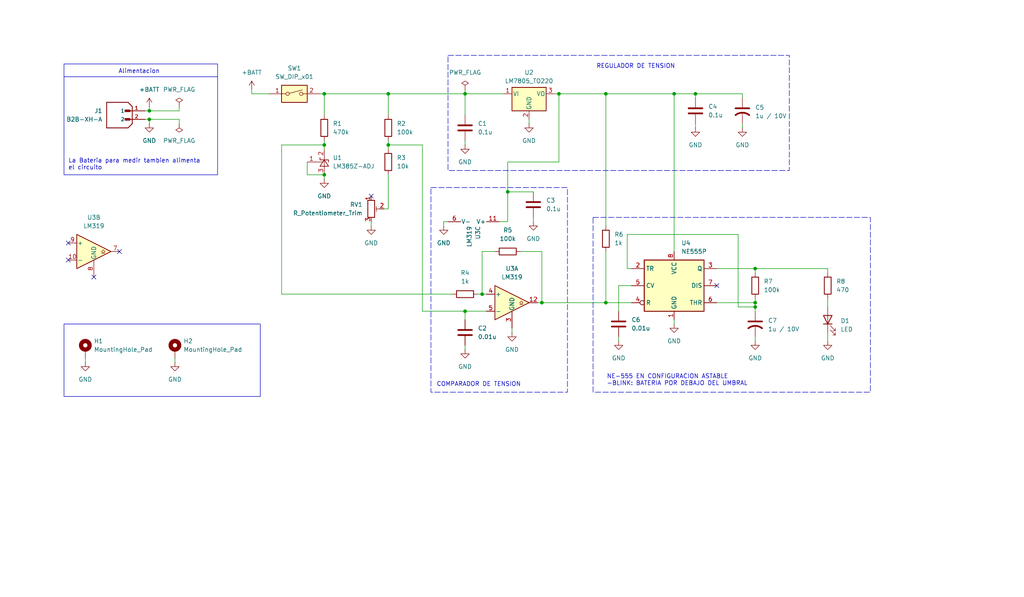
<source format=kicad_sch>
(kicad_sch (version 20250114) (generator "eeschema") (generator_version "9.0")
  (paper "User" 304.8 177.8)
  (title_block (title "IndicadorBateriaBaja") (date "2025-04-27") (rev "1") (company "Davidson Camilo Acuña Romero"))
  (lib_symbols
    (symbol "B2B-XH-A:B2B-XH-A" (pin_names (offset 1.016))
      (property "Reference" "J" (at -2.54 6.35 0))
      (property "Value" "B2B-XH-A" (at -2.54 -5.08 0))
      (symbol "B2B-XH-A_0_0"
        (polyline (pts (xy -3.81 3.81) (xy -3.81 -1.27)) (stroke (width 0.254)))
        (polyline (pts (xy -3.81 3.81) (xy -2.54 5.08)) (stroke (width 0.254)))
        (polyline (pts (xy -3.81 -1.27) (xy -2.54 -2.54)) (stroke (width 0.254)))
        (rectangle (start -3.175 2.2225) (end -1.5875 2.8575) (stroke (width 0.1)) (fill (type outline)))
        (rectangle (start -3.175 -0.3175) (end -1.5875 0.3175) (stroke (width 0.1)) (fill (type outline)))
        (polyline (pts (xy -2.54 -2.54) (xy 3.81 -2.54)) (stroke (width 0.254)))
        (polyline (pts (xy 3.81 5.08) (xy -2.54 5.08)) (stroke (width 0.254)))
        (polyline (pts (xy 3.81 -2.54) (xy 3.81 5.08)) (stroke (width 0.254)))
        (pin passive line (at -7.62 2.54 0) (length 5.08) (name "1") (number "1"))
        (pin passive line (at -7.62 0 0) (length 5.08) (name "2") (number "2"))
      )
    )
    (symbol "Comparator:LM319" (pin_names (offset 0.127))
      (property "Reference" "U" (at 0 6.35 0))
      (property "Value" "LM319" (at 0 3.81 0))
      (symbol "LM319_1_1"
        (polyline (pts (xy -5.08 5.08) (xy 5.08 0) (xy -5.08 -5.08) (xy -5.08 5.08) (xy -5.08 5.08)) (stroke (width 0.254)) (fill (type background)))
        (polyline (pts (xy 2.286 -0.508) (xy 2.794 -0.508) (xy 2.286 0) (xy 2.794 0.508) (xy 3.302 0) (xy 2.794 -0.508) (xy 3.302 -0.508)) (stroke (width 0.127)))
        (pin input line (at -7.62 2.54 0) (length 2.54) (name "+") (number "4"))
        (pin input line (at -7.62 -2.54 0) (length 2.54) (name "-") (number "5"))
        (pin no_connect line (at 0 2.54 270) (length 2.54) (hide yes) (name "NC") (number "2"))
        (pin no_connect line (at 0 -2.54 90) (length 2.54) (hide yes) (name "NC") (number "1"))
        (pin passive line (at 0 -7.62 90) (length 5.08) (name "GND") (number "3"))
        (pin open_collector line (at 7.62 0 180) (length 2.54) (name "~") (number "12"))
      )
      (symbol "LM319_2_1"
        (polyline (pts (xy -5.08 5.08) (xy 5.08 0) (xy -5.08 -5.08) (xy -5.08 5.08) (xy -5.08 5.08)) (stroke (width 0.254)) (fill (type background)))
        (polyline (pts (xy 3.302 -0.508) (xy 2.794 -0.508) (xy 3.302 0) (xy 2.794 0.508) (xy 2.286 0) (xy 2.794 -0.508) (xy 2.286 -0.508)) (stroke (width 0.127)))
        (pin input line (at -7.62 2.54 0) (length 2.54) (name "+") (number "9"))
        (pin input line (at -7.62 -2.54 0) (length 2.54) (name "-") (number "10"))
        (pin no_connect line (at 0 2.54 270) (length 2.54) (hide yes) (name "NC") (number "14"))
        (pin no_connect line (at 0 -2.54 90) (length 2.54) (hide yes) (name "NC") (number "13"))
        (pin passive line (at 0 -7.62 90) (length 5.08) (name "GND") (number "8"))
        (pin open_collector line (at 7.62 0 180) (length 2.54) (name "~") (number "7"))
      )
      (symbol "LM319_3_1"
        (pin power_in line (at -2.54 7.62 270) (length 3.81) (name "V+") (number "11"))
        (pin power_in line (at -2.54 -7.62 90) (length 3.81) (name "V-") (number "6"))
      )
    )
    (symbol "Device:C" (pin_numbers (hide yes)) (pin_names (offset 0.254))
      (property "Reference" "C" (at 0.635 2.54 0))
      (property "Value" "C" (at 0.635 -2.54 0))
      (symbol "C_0_1"
        (polyline (pts (xy -2.032 0.762) (xy 2.032 0.762)) (stroke (width 0.508)))
        (polyline (pts (xy -2.032 -0.762) (xy 2.032 -0.762)) (stroke (width 0.508)))
      )
      (symbol "C_1_1"
        (pin passive line (at 0 3.81 270) (length 2.794) (name "~") (number "1"))
        (pin passive line (at 0 -3.81 90) (length 2.794) (name "~") (number "2"))
      )
    )
    (symbol "Device:C_US" (pin_numbers (hide yes)) (pin_names (offset 0.254) (hide yes))
      (property "Reference" "C" (at 0.635 2.54 0))
      (property "Value" "C_US" (at 0.635 -2.54 0))
      (symbol "C_US_0_1"
        (polyline (pts (xy -2.032 0.762) (xy 2.032 0.762)) (stroke (width 0.508)))
        (arc (start -2.032 -1.27) (mid 0 -0.5572) (end 2.032 -1.27) (stroke (width 0.508)))
      )
      (symbol "C_US_1_1"
        (pin passive line (at 0 3.81 270) (length 2.794) (name "~") (number "1"))
        (pin passive line (at 0 -3.81 90) (length 3.302) (name "~") (number "2"))
      )
    )
    (symbol "Device:LED" (pin_numbers (hide yes)) (pin_names (offset 1.016) (hide yes))
      (property "Reference" "D" (at 0 2.54 0))
      (property "Value" "LED" (at 0 -2.54 0))
      (symbol "LED_0_1"
        (polyline (pts (xy -3.048 -0.762) (xy -4.572 -2.286) (xy -3.81 -2.286) (xy -4.572 -2.286) (xy -4.572 -1.524)))
        (polyline (pts (xy -1.778 -0.762) (xy -3.302 -2.286) (xy -2.54 -2.286) (xy -3.302 -2.286) (xy -3.302 -1.524)))
        (polyline (pts (xy -1.27 0) (xy 1.27 0)))
        (polyline (pts (xy -1.27 -1.27) (xy -1.27 1.27)) (stroke (width 0.254)))
        (polyline (pts (xy 1.27 -1.27) (xy 1.27 1.27) (xy -1.27 0) (xy 1.27 -1.27)) (stroke (width 0.254)))
      )
      (symbol "LED_1_1"
        (pin passive line (at -3.81 0 0) (length 2.54) (name "K") (number "1"))
        (pin passive line (at 3.81 0 180) (length 2.54) (name "A") (number "2"))
      )
    )
    (symbol "Device:R" (pin_numbers (hide yes)) (pin_names (offset 0))
      (property "Reference" "R" (at 2.032 0 90))
      (property "Value" "R" (at 0 0 90))
      (symbol "R_0_1"
        (rectangle (start -1.016 -2.54) (end 1.016 2.54) (stroke (width 0.254)))
      )
      (symbol "R_1_1"
        (pin passive line (at 0 3.81 270) (length 1.27) (name "~") (number "1"))
        (pin passive line (at 0 -3.81 90) (length 1.27) (name "~") (number "2"))
      )
    )
    (symbol "Device:R_Potentiometer_Trim" (pin_names (offset 1.016) (hide yes))
      (property "Reference" "RV" (at -4.445 0 90))
      (property "Value" "R_Potentiometer_Trim" (at -2.54 0 90))
      (symbol "R_Potentiometer_Trim_0_1"
        (rectangle (start 1.016 2.54) (end -1.016 -2.54) (stroke (width 0.254)))
        (polyline (pts (xy 1.524 0.762) (xy 1.524 -0.762)))
        (polyline (pts (xy 2.54 0) (xy 1.524 0)))
      )
      (symbol "R_Potentiometer_Trim_1_1"
        (pin passive line (at 0 3.81 270) (length 1.27) (name "1") (number "1"))
        (pin passive line (at 0 -3.81 90) (length 1.27) (name "3") (number "3"))
        (pin passive line (at 3.81 0 180) (length 1.27) (name "2") (number "2"))
      )
    )
    (symbol "Mechanical:MountingHole_Pad" (pin_numbers (hide yes)) (pin_names (offset 1.016) (hide yes)) (in_bom no)
      (property "Reference" "H" (at 0 6.35 0))
      (property "Value" "MountingHole_Pad" (at 0 4.445 0))
      (symbol "MountingHole_Pad_0_1"
        (circle (center 0 1.27) (radius 1.27) (stroke (width 1.27)))
      )
      (symbol "MountingHole_Pad_1_1"
        (pin input line (at 0 -2.54 90) (length 2.54) (name "1") (number "1"))
      )
    )
    (symbol "Reference_Voltage:LM385Z-ADJ" (pin_names (offset 0.0254) (hide yes))
      (property "Reference" "U" (at 1.905 3.81 0))
      (property "Value" "LM385Z-ADJ" (at 0 -3.175 0))
      (symbol "LM385Z-ADJ_0_1"
        (polyline (pts (xy -1.27 0) (xy 0 0) (xy 1.27 0)))
        (polyline (pts (xy -1.27 -1.27) (xy 0.635 0) (xy -1.27 1.27) (xy -1.27 -1.27)) (stroke (width 0.2032)))
        (polyline (pts (xy 0 2.54) (xy 0 0.381)))
        (polyline (pts (xy 0 -1.27) (xy 0.635 -1.27) (xy 0.635 1.27) (xy 1.27 1.27)) (stroke (width 0.2032)))
      )
      (symbol "LM385Z-ADJ_1_1"
        (pin passive line (at -3.81 0 0) (length 2.54) (name "A") (number "3"))
        (pin input line (at 0 5.08 270) (length 2.54) (name "FB") (number "1"))
        (pin passive line (at 3.81 0 180) (length 2.54) (name "K") (number "2"))
      )
    )
    (symbol "Regulator_Linear:LM7805_TO220" (pin_names (offset 0.254))
      (property "Reference" "U" (at -3.81 3.175 0))
      (property "Value" "LM7805_TO220" (at 0 3.175 0))
      (symbol "LM7805_TO220_0_1"
        (rectangle (start -5.08 1.905) (end 5.08 -5.08) (stroke (width 0.254)) (fill (type background)))
      )
      (symbol "LM7805_TO220_1_1"
        (pin power_in line (at -7.62 0 0) (length 2.54) (name "VI") (number "1"))
        (pin power_in line (at 0 -7.62 90) (length 2.54) (name "GND") (number "2"))
        (pin power_out line (at 7.62 0 180) (length 2.54) (name "VO") (number "3"))
      )
    )
    (symbol "Switch:SW_DIP_x01" (pin_names (offset 0) (hide yes))
      (property "Reference" "SW" (at 0 3.81 0))
      (property "Value" "SW_DIP_x01" (at 0 -3.81 0))
      (symbol "SW_DIP_x01_0_0"
        (circle (center -2.032 0) (radius 0.508))
        (polyline (pts (xy -1.524 0.127) (xy 2.3622 1.1684)))
        (circle (center 2.032 0) (radius 0.508))
      )
      (symbol "SW_DIP_x01_0_1"
        (rectangle (start -3.81 2.54) (end 3.81 -2.54) (stroke (width 0.254)) (fill (type background)))
      )
      (symbol "SW_DIP_x01_1_1"
        (pin passive line (at -7.62 0 0) (length 5.08) (name "~") (number "1"))
        (pin passive line (at 7.62 0 180) (length 5.08) (name "~") (number "2"))
      )
    )
    (symbol "Timer:NE555P"
      (property "Reference" "U" (at -10.16 8.89 0))
      (property "Value" "NE555P" (at 2.54 8.89 0))
      (symbol "NE555P_0_0"
        (pin power_in line (at 0 10.16 270) (length 2.54) (name "VCC") (number "8"))
        (pin power_in line (at 0 -10.16 90) (length 2.54) (name "GND") (number "1"))
      )
      (symbol "NE555P_0_1"
        (rectangle (start -8.89 -7.62) (end 8.89 7.62) (stroke (width 0.254)) (fill (type background)))
        (rectangle (start -8.89 -7.62) (end 8.89 7.62) (stroke (width 0.254)) (fill (type background)))
      )
      (symbol "NE555P_1_1"
        (pin input line (at -12.7 5.08 0) (length 3.81) (name "TR") (number "2"))
        (pin input line (at -12.7 0 0) (length 3.81) (name "CV") (number "5"))
        (pin input inverted (at -12.7 -5.08 0) (length 3.81) (name "R") (number "4"))
        (pin output line (at 12.7 5.08 180) (length 3.81) (name "Q") (number "3"))
        (pin input line (at 12.7 0 180) (length 3.81) (name "DIS") (number "7"))
        (pin input line (at 12.7 -5.08 180) (length 3.81) (name "THR") (number "6"))
      )
    )
    (symbol "power:+BATT" (power) (pin_numbers (hide yes)) (pin_names (offset 0) (hide yes))
      (property "Value" "+BATT" (at 0 3.556 0))
      (symbol "+BATT_0_1"
        (polyline (pts (xy -0.762 1.27) (xy 0 2.54)))
        (polyline (pts (xy 0 2.54) (xy 0.762 1.27)))
        (polyline (pts (xy 0 0) (xy 0 2.54)))
      )
      (symbol "+BATT_1_1"
        (pin power_in line (at 0 0 90) (length 0) (name "~") (number "1"))
      )
    )
    (symbol "power:GND" (power) (pin_numbers (hide yes)) (pin_names (offset 0) (hide yes))
      (property "Value" "GND" (at 0 -3.81 0))
      (symbol "GND_0_1"
        (polyline (pts (xy 0 0) (xy 0 -1.27) (xy 1.27 -1.27) (xy 0 -2.54) (xy -1.27 -1.27) (xy 0 -1.27)))
      )
      (symbol "GND_1_1"
        (pin power_in line (at 0 0 270) (length 0) (name "~") (number "1"))
      )
    )
    (symbol "power:PWR_FLAG" (power) (pin_numbers (hide yes)) (pin_names (offset 0) (hide yes))
      (property "Value" "PWR_FLAG" (at 0 3.81 0))
      (symbol "PWR_FLAG_0_0"
        (pin power_out line (at 0 0 90) (length 0) (name "~") (number "1"))
      )
      (symbol "PWR_FLAG_0_1"
        (polyline (pts (xy 0 0) (xy 0 1.27) (xy -1.016 1.905) (xy 0 2.54) (xy 1.016 1.905) (xy 0 1.27)))
      )
    )
  )
  (rectangle (start 19.05 19.05) (end 64.77 52.07))
  (rectangle (start 133.35 16.51) (end 234.95 50.8) (stroke (width 0) (type dash)))
  (rectangle (start 19.05 96.52) (end 77.47 118.11))
  (rectangle (start 128.27 55.88) (end 168.91 116.84) (stroke (width 0) (type dash)))
  (rectangle (start 176.53 64.77) (end 259.08 116.84) (stroke (width 0) (type dash)))
  (text "Alimentacion" (at 41.402 21.336 0) (effects (font (size 1.27 1.27))))
  (text "La Bateria para medir tambien alimenta \nel circuito" (at 20.32 49.022 0) (effects (font (size 1.27 1.27)) (justify left)))
  (text "REGULADOR DE TENSION" (at 189.23 19.812 0) (effects (font (size 1.27 1.27))))
  (text "NE-555 EN CONFIGURACION ASTABLE \n-BLINK: BATERIA POR DEBAJO DEL UMBRAL" (at 180.594 113.284 0) (effects (font (size 1.27 1.27)) (justify left)))
  (text "COMPARADOR DE TENSION" (at 142.494 114.554 0) (effects (font (size 1.27 1.27))))
  (junction (at 224.79 90.17))
  (junction (at 180.34 27.94))
  (junction (at 138.43 27.94))
  (junction (at 166.37 27.94))
  (junction (at 224.79 80.01))
  (junction (at 224.79 91.44))
  (junction (at 200.66 27.94))
  (junction (at 96.52 27.94))
  (junction (at 96.52 52.07))
  (junction (at 96.52 43.18))
  (junction (at 180.34 90.17))
  (junction (at 161.29 90.17))
  (junction (at 115.57 43.18))
  (junction (at 143.51 87.63))
  (junction (at 138.43 92.71))
  (junction (at 207.01 27.94))
  (junction (at 115.57 27.94))
  (junction (at 44.45 33.02))
  (junction (at 151.13 57.15))
  (junction (at 44.45 35.56))
  (no_connect (at 27.94 82.55))
  (no_connect (at 20.32 77.47))
  (no_connect (at 110.49 58.42))
  (no_connect (at 35.56 74.93))
  (no_connect (at 213.36 85.09))
  (no_connect (at 20.32 72.39))
  (wire (pts (xy 74.93 27.94) (xy 74.93 26.67)))
  (wire (pts (xy 207.01 27.94) (xy 220.98 27.94)))
  (wire (pts (xy 187.96 85.09) (xy 184.15 85.09)))
  (wire (pts (xy 207.01 29.21) (xy 207.01 27.94)))
  (wire (pts (xy 157.48 35.56) (xy 157.48 36.83)))
  (wire (pts (xy 96.52 27.94) (xy 96.52 34.29)))
  (wire (pts (xy 161.29 74.93) (xy 154.94 74.93)))
  (wire (pts (xy 43.18 35.56) (xy 44.45 35.56)))
  (wire (pts (xy 224.79 91.44) (xy 224.79 92.71)))
  (wire (pts (xy 138.43 41.91) (xy 138.43 43.18)))
  (wire (pts (xy 138.43 34.29) (xy 138.43 27.94)))
  (wire (pts (xy 246.38 81.28) (xy 246.38 80.01)))
  (wire (pts (xy 220.98 36.83) (xy 220.98 38.1)))
  (wire (pts (xy 166.37 27.94) (xy 166.37 48.26)))
  (wire (pts (xy 115.57 62.23) (xy 115.57 52.07)))
  (wire (pts (xy 207.01 27.94) (xy 200.66 27.94)))
  (wire (pts (xy 96.52 41.91) (xy 96.52 43.18)))
  (wire (pts (xy 114.3 62.23) (xy 115.57 62.23)))
  (wire (pts (xy 200.66 95.25) (xy 200.66 96.52)))
  (wire (pts (xy 115.57 43.18) (xy 115.57 44.45)))
  (wire (pts (xy 219.71 91.44) (xy 224.79 91.44)))
  (wire (pts (xy 53.34 35.56) (xy 44.45 35.56)))
  (wire (pts (xy 44.45 35.56) (xy 44.45 36.83)))
  (wire (pts (xy 224.79 100.33) (xy 224.79 101.6)))
  (wire (pts (xy 133.35 66.04) (xy 132.08 66.04)))
  (wire (pts (xy 151.13 66.04) (xy 151.13 57.15)))
  (wire (pts (xy 166.37 27.94) (xy 180.34 27.94)))
  (wire (pts (xy 246.38 88.9) (xy 246.38 91.44)))
  (wire (pts (xy 224.79 90.17) (xy 224.79 91.44)))
  (wire (pts (xy 83.82 43.18) (xy 96.52 43.18)))
  (wire (pts (xy 200.66 74.93) (xy 200.66 27.94)))
  (polyline (pts (xy 19.05 22.86) (xy 64.77 22.86)))
  (wire (pts (xy 224.79 80.01) (xy 224.79 81.28)))
  (wire (pts (xy 144.78 92.71) (xy 138.43 92.71)))
  (wire (pts (xy 147.32 74.93) (xy 143.51 74.93)))
  (wire (pts (xy 138.43 26.67) (xy 138.43 27.94)))
  (wire (pts (xy 219.71 69.85) (xy 219.71 91.44)))
  (wire (pts (xy 138.43 102.87) (xy 138.43 104.14)))
  (wire (pts (xy 200.66 27.94) (xy 180.34 27.94)))
  (wire (pts (xy 151.13 57.15) (xy 151.13 48.26)))
  (wire (pts (xy 25.4 106.68) (xy 25.4 107.95)))
  (wire (pts (xy 138.43 92.71) (xy 138.43 95.25)))
  (wire (pts (xy 151.13 57.15) (xy 158.75 57.15)))
  (wire (pts (xy 152.4 97.79) (xy 152.4 99.06)))
  (wire (pts (xy 95.25 27.94) (xy 96.52 27.94)))
  (wire (pts (xy 115.57 27.94) (xy 96.52 27.94)))
  (wire (pts (xy 52.07 106.68) (xy 52.07 107.95)))
  (wire (pts (xy 184.15 85.09) (xy 184.15 92.71)))
  (wire (pts (xy 96.52 52.07) (xy 96.52 53.34)))
  (wire (pts (xy 143.51 74.93) (xy 143.51 87.63)))
  (wire (pts (xy 213.36 90.17) (xy 224.79 90.17)))
  (wire (pts (xy 184.15 100.33) (xy 184.15 101.6)))
  (wire (pts (xy 125.73 43.18) (xy 115.57 43.18)))
  (wire (pts (xy 151.13 48.26) (xy 166.37 48.26)))
  (wire (pts (xy 83.82 87.63) (xy 83.82 43.18)))
  (wire (pts (xy 160.02 90.17) (xy 161.29 90.17)))
  (wire (pts (xy 187.96 80.01) (xy 186.69 80.01)))
  (wire (pts (xy 148.59 66.04) (xy 151.13 66.04)))
  (wire (pts (xy 138.43 27.94) (xy 115.57 27.94)))
  (wire (pts (xy 115.57 41.91) (xy 115.57 43.18)))
  (wire (pts (xy 213.36 80.01) (xy 224.79 80.01)))
  (wire (pts (xy 53.34 33.02) (xy 44.45 33.02)))
  (wire (pts (xy 80.01 27.94) (xy 74.93 27.94)))
  (wire (pts (xy 186.69 80.01) (xy 186.69 69.85)))
  (wire (pts (xy 224.79 88.9) (xy 224.79 90.17)))
  (wire (pts (xy 246.38 99.06) (xy 246.38 101.6)))
  (wire (pts (xy 186.69 69.85) (xy 219.71 69.85)))
  (wire (pts (xy 165.1 27.94) (xy 166.37 27.94)))
  (wire (pts (xy 91.44 48.26) (xy 91.44 52.07)))
  (wire (pts (xy 158.75 64.77) (xy 158.75 66.04)))
  (wire (pts (xy 180.34 74.93) (xy 180.34 90.17)))
  (wire (pts (xy 125.73 92.71) (xy 125.73 43.18)))
  (wire (pts (xy 110.49 66.04) (xy 110.49 67.31)))
  (wire (pts (xy 134.62 87.63) (xy 83.82 87.63)))
  (wire (pts (xy 180.34 27.94) (xy 180.34 67.31)))
  (wire (pts (xy 138.43 27.94) (xy 149.86 27.94)))
  (wire (pts (xy 207.01 36.83) (xy 207.01 38.1)))
  (wire (pts (xy 115.57 34.29) (xy 115.57 27.94)))
  (wire (pts (xy 180.34 90.17) (xy 187.96 90.17)))
  (wire (pts (xy 91.44 52.07) (xy 96.52 52.07)))
  (wire (pts (xy 132.08 66.04) (xy 132.08 67.31)))
  (wire (pts (xy 246.38 80.01) (xy 224.79 80.01)))
  (wire (pts (xy 143.51 87.63) (xy 144.78 87.63)))
  (wire (pts (xy 53.34 31.75) (xy 53.34 33.02)))
  (wire (pts (xy 44.45 33.02) (xy 44.45 31.75)))
  (wire (pts (xy 142.24 87.63) (xy 143.51 87.63)))
  (wire (pts (xy 161.29 90.17) (xy 161.29 74.93)))
  (wire (pts (xy 96.52 43.18) (xy 96.52 44.45)))
  (wire (pts (xy 138.43 92.71) (xy 125.73 92.71)))
  (wire (pts (xy 43.18 33.02) (xy 44.45 33.02)))
  (wire (pts (xy 220.98 29.21) (xy 220.98 27.94)))
  (wire (pts (xy 53.34 36.83) (xy 53.34 35.56)))
  (wire (pts (xy 161.29 90.17) (xy 180.34 90.17)))
  (symbol (lib_id "power:+BATT") (at 74.93 26.67 0) (unit 1)
    (property "Reference" "#PWR03" (effects (hide yes)))
    (property "Value" "+BATT" (at 74.93 21.59 0))
    (property "Description" "Power symbol creates a global label with name \"+BATT\"" (effects (hide yes)))
  )
  (symbol (lib_id "power:GND") (at 158.75 66.04 0) (unit 1)
    (property "Reference" "#PWR011" (effects (hide yes)))
    (property "Value" "GND" (at 158.75 71.12 0))
    (property "Description" "Power symbol creates a global label with name \"GND\" , ground" (effects (hide yes)))
  )
  (symbol (lib_id "Device:R") (at 115.57 38.1 0) (unit 1)
    (property "Reference" "R2" (at 118.11 36.8299 0) (effects (justify left)))
    (property "Value" "100k" (at 118.11 39.3699 0) (effects (justify left)))
    (property "Footprint" "Resistor_SMD:R_0805_2012Metric_Pad1.20x1.40mm_HandSolder" (effects (hide yes)))
    (property "Description" "Resistor" (effects (hide yes)))
  )
  (symbol (lib_id "Device:C") (at 158.75 60.96 0) (unit 1)
    (property "Reference" "C3" (at 162.56 59.6899 0) (effects (justify left)))
    (property "Value" "0.1u" (at 162.56 62.2299 0) (effects (justify left)))
    (property "Footprint" "Capacitor_SMD:C_0805_2012Metric_Pad1.18x1.45mm_HandSolder" (effects (hide yes)))
    (property "Description" "Unpolarized capacitor" (effects (hide yes)))
  )
  (symbol (lib_id "Device:R") (at 224.79 85.09 180) (unit 1)
    (property "Reference" "R7" (at 227.33 83.8199 0) (effects (justify right)))
    (property "Value" "100k" (at 227.33 86.3599 0) (effects (justify right)))
    (property "Footprint" "Resistor_SMD:R_0805_2012Metric_Pad1.20x1.40mm_HandSolder" (effects (hide yes)))
    (property "Description" "Resistor" (effects (hide yes)))
  )
  (symbol (lib_id "power:PWR_FLAG") (at 53.34 36.83 180) (unit 1)
    (property "Reference" "#FLG02" (effects (hide yes)))
    (property "Value" "PWR_FLAG" (at 53.34 41.91 0))
    (property "Description" "Special symbol for telling ERC where power comes from" (effects (hide yes)))
  )
  (symbol (lib_id "Mechanical:MountingHole_Pad") (at 25.4 104.14 0) (unit 1) (in_bom no)
    (property "Reference" "H1" (at 27.94 101.5999 0) (effects (justify left)))
    (property "Value" "MountingHole_Pad" (at 27.94 104.1399 0) (effects (justify left)))
    (property "Footprint" "MountingHole:MountingHole_3mm_Pad" (effects (hide yes)))
    (property "Description" "Mounting Hole with connection" (effects (hide yes)))
  )
  (symbol (lib_id "Device:R") (at 96.52 38.1 0) (unit 1)
    (property "Reference" "R1" (at 99.06 36.8299 0) (effects (justify left)))
    (property "Value" "470k" (at 99.06 39.3699 0) (effects (justify left)))
    (property "Footprint" "Resistor_SMD:R_0805_2012Metric_Pad1.20x1.40mm_HandSolder" (effects (hide yes)))
    (property "Description" "Resistor" (effects (hide yes)))
  )
  (symbol (lib_id "power:GND") (at 224.79 101.6 0) (unit 1)
    (property "Reference" "#PWR016" (effects (hide yes)))
    (property "Value" "GND" (at 224.79 106.68 0))
    (property "Description" "Power symbol creates a global label with name \"GND\" , ground" (effects (hide yes)))
  )
  (symbol (lib_id "power:GND") (at 200.66 96.52 0) (unit 1)
    (property "Reference" "#PWR012" (effects (hide yes)))
    (property "Value" "GND" (at 200.66 101.6 0))
    (property "Description" "Power symbol creates a global label with name \"GND\" , ground" (effects (hide yes)))
  )
  (symbol (lib_id "Reference_Voltage:LM385Z-ADJ") (at 96.52 48.26 90) (unit 1)
    (property "Reference" "U1" (at 99.06 46.9899 90) (effects (justify right)))
    (property "Value" "LM385Z-ADJ" (at 99.06 49.5299 90) (effects (justify right)))
    (property "Footprint" "Package_TO_SOT_THT:TO-92_Inline" (effects (hide yes)))
    (property "Datasheet" "http://www.ti.com/lit/ds/symlink/lm185-adj.pdf" (effects (hide yes)))
    (property "Description" "Adjustable Micropower Voltage Reference Diodes, TO-92" (effects (hide yes)))
  )
  (symbol (lib_id "Device:C") (at 184.15 96.52 0) (unit 1)
    (property "Reference" "C6" (at 187.96 95.2499 0) (effects (justify left)))
    (property "Value" "0.01u" (at 187.96 97.7899 0) (effects (justify left)))
    (property "Footprint" "Capacitor_SMD:C_0805_2012Metric_Pad1.18x1.45mm_HandSolder" (effects (hide yes)))
    (property "Description" "Unpolarized capacitor" (effects (hide yes)))
  )
  (symbol (lib_id "Device:C_US") (at 220.98 33.02 0) (unit 1)
    (property "Reference" "C5" (at 224.79 32.0039 0) (effects (justify left)))
    (property "Value" "1u / 10V" (at 224.79 34.5439 0) (effects (justify left)))
    (property "Footprint" "Capacitor_SMD:C_1206_3216Metric_Pad1.33x1.80mm_HandSolder" (effects (hide yes)))
    (property "Description" "capacitor, US symbol" (effects (hide yes)))
  )
  (symbol (lib_id "Switch:SW_DIP_x01") (at 87.63 27.94 0) (unit 1)
    (property "Reference" "SW1" (at 87.63 20.32 0))
    (property "Value" "SW_DIP_x01" (at 87.63 22.86 0))
    (property "Footprint" "Button_Switch_THT:SW_DIP_SPSTx01_Slide_6.7x4.1mm_W7.62mm_P2.54mm_LowProfile" (effects (hide yes)))
    (property "Description" "1x DIP Switch, Single Pole Single Throw (SPST) switch, small symbol" (effects (hide yes)))
  )
  (symbol (lib_id "power:GND") (at 96.52 53.34 0) (unit 1)
    (property "Reference" "#PWR04" (effects (hide yes)))
    (property "Value" "GND" (at 96.52 58.42 0))
    (property "Description" "Power symbol creates a global label with name \"GND\" , ground" (effects (hide yes)))
  )
  (symbol (lib_id "power:GND") (at 44.45 36.83 0) (unit 1)
    (property "Reference" "#PWR02" (effects (hide yes)))
    (property "Value" "GND" (at 44.45 41.91 0))
    (property "Description" "Power symbol creates a global label with name \"GND\" , ground" (effects (hide yes)))
  )
  (symbol (lib_id "Timer:NE555P") (at 200.66 85.09 0) (unit 1)
    (property "Reference" "U4" (at 202.8033 72.39 0) (effects (justify left)))
    (property "Value" "NE555P" (at 202.8033 74.93 0) (effects (justify left)))
    (property "Footprint" "Package_DIP:DIP-8_W7.62mm" (effects (hide yes)))
    (property "Datasheet" "http://www.ti.com/lit/ds/symlink/ne555.pdf" (effects (hide yes)))
    (property "Description" "Precision Timers, 555 compatible,  PDIP-8" (effects (hide yes)))
  )
  (symbol (lib_id "power:GND") (at 132.08 67.31 0) (unit 1)
    (property "Reference" "#PWR08" (effects (hide yes)))
    (property "Value" "GND" (at 132.08 72.39 0))
    (property "Description" "Power symbol creates a global label with name \"GND\" , ground" (effects (hide yes)))
  )
  (symbol (lib_id "power:GND") (at 152.4 99.06 0) (unit 1)
    (property "Reference" "#PWR010" (effects (hide yes)))
    (property "Value" "GND" (at 152.4 104.14 0))
    (property "Description" "Power symbol creates a global label with name \"GND\" , ground" (effects (hide yes)))
  )
  (symbol (lib_id "power:GND") (at 110.49 67.31 0) (unit 1)
    (property "Reference" "#PWR05" (effects (hide yes)))
    (property "Value" "GND" (at 110.49 72.39 0))
    (property "Description" "Power symbol creates a global label with name \"GND\" , ground" (effects (hide yes)))
  )
  (symbol (lib_id "power:GND") (at 138.43 104.14 0) (unit 1)
    (property "Reference" "#PWR09" (effects (hide yes)))
    (property "Value" "GND" (at 138.43 109.22 0))
    (property "Description" "Power symbol creates a global label with name \"GND\" , ground" (effects (hide yes)))
  )
  (symbol (lib_id "Device:C_US") (at 224.79 96.52 0) (unit 1)
    (property "Reference" "C7" (at 228.6 95.5039 0) (effects (justify left)))
    (property "Value" "1u / 10V" (at 228.6 98.0439 0) (effects (justify left)))
    (property "Footprint" "Capacitor_Tantalum_SMD:CP_EIA-1608-08_AVX-J_HandSolder" (effects (hide yes)))
    (property "Description" "capacitor, US symbol" (effects (hide yes)))
  )
  (symbol (lib_id "Device:R") (at 180.34 71.12 180) (unit 1)
    (property "Reference" "R6" (at 182.88 69.8499 0) (effects (justify right)))
    (property "Value" "1k" (at 182.88 72.3899 0) (effects (justify right)))
    (property "Footprint" "Resistor_SMD:R_0805_2012Metric_Pad1.20x1.40mm_HandSolder" (effects (hide yes)))
    (property "Description" "Resistor" (effects (hide yes)))
  )
  (symbol (lib_id "power:GND") (at 138.43 43.18 0) (unit 1)
    (property "Reference" "#PWR06" (effects (hide yes)))
    (property "Value" "GND" (at 138.43 48.26 0))
    (property "Description" "Power symbol creates a global label with name \"GND\" , ground" (effects (hide yes)))
  )
  (symbol (lib_id "power:GND") (at 52.07 107.95 0) (unit 1)
    (property "Reference" "#PWR019" (effects (hide yes)))
    (property "Value" "GND" (at 52.07 113.03 0))
    (property "Description" "Power symbol creates a global label with name \"GND\" , ground" (effects (hide yes)))
  )
  (symbol (lib_id "Device:R") (at 115.57 48.26 0) (unit 1)
    (property "Reference" "R3" (at 118.11 46.9899 0) (effects (justify left)))
    (property "Value" "10k" (at 118.11 49.5299 0) (effects (justify left)))
    (property "Footprint" "Resistor_SMD:R_0805_2012Metric_Pad1.20x1.40mm_HandSolder" (effects (hide yes)))
    (property "Description" "Resistor" (effects (hide yes)))
  )
  (symbol (lib_id "Comparator:LM319") (at 140.97 68.58 270) (unit 3)
    (property "Reference" "U3" (at 142.2401 67.31 0) (effects (justify left)))
    (property "Value" "LM319" (at 139.7001 67.31 0) (effects (justify left)))
    (property "Footprint" "Package_SO:SOIC-14_3.9x8.7mm_P1.27mm" (effects (hide yes)))
    (property "Datasheet" "http://www.ti.com/lit/ds/symlink/lm319-n.pdf" (effects (hide yes)))
    (property "Description" "High Speed Dual Comparator, DIP-14/SOIC-14" (effects (hide yes)))
  )
  (symbol (lib_id "Comparator:LM319") (at 27.94 74.93 0) (unit 2)
    (property "Reference" "U3" (at 27.94 64.77 0))
    (property "Value" "LM319" (at 27.94 67.31 0))
    (property "Footprint" "Package_SO:SOIC-14_3.9x8.7mm_P1.27mm" (effects (hide yes)))
    (property "Datasheet" "http://www.ti.com/lit/ds/symlink/lm319-n.pdf" (effects (hide yes)))
    (property "Description" "High Speed Dual Comparator, DIP-14/SOIC-14" (effects (hide yes)))
  )
  (symbol (lib_id "power:+BATT") (at 44.45 31.75 0) (unit 1)
    (property "Reference" "#PWR01" (effects (hide yes)))
    (property "Value" "+BATT" (at 44.45 26.67 0))
    (property "Description" "Power symbol creates a global label with name \"+BATT\"" (effects (hide yes)))
  )
  (symbol (lib_id "B2B-XH-A:B2B-XH-A") (at 35.56 35.56 0) (mirror y) (unit 1)
    (property "Reference" "J1" (at 30.48 33.0199 0) (effects (justify left)))
    (property "Value" "B2B-XH-A" (at 30.48 35.5599 0) (effects (justify left)))
    (property "Footprint" "JST_XH_2:JST_B2B-XH-A" (effects (hide yes)))
    (property "PARTREV" "N/A" (effects (hide yes)))
    (property "STANDARD" "Manufacturer Recommendations" (effects (hide yes)))
    (property "MAXIMUM_PACKAGE_HEIGHT" "7 mm" (effects (hide yes)))
    (property "MANUFACTURER" "JST Sales America Inc." (effects (hide yes)))
  )
  (symbol (lib_id "Regulator_Linear:LM7805_TO220") (at 157.48 27.94 0) (unit 1)
    (property "Reference" "U2" (at 157.48 21.59 0))
    (property "Value" "LM7805_TO220" (at 157.48 24.13 0))
    (property "Footprint" "Package_TO_SOT_THT:TO-220-3_Vertical" (effects (hide yes)))
    (property "Datasheet" "https://www.onsemi.cn/PowerSolutions/document/MC7800-D.PDF" (effects (hide yes)))
    (property "Description" "Positive 1A 35V Linear Regulator, Fixed Output 5V, TO-220" (effects (hide yes)))
  )
  (symbol (lib_id "Device:R") (at 151.13 74.93 90) (unit 1)
    (property "Reference" "R5" (at 151.13 68.58 90))
    (property "Value" "100k" (at 151.13 71.12 90))
    (property "Footprint" "Resistor_SMD:R_0805_2012Metric_Pad1.20x1.40mm_HandSolder" (effects (hide yes)))
    (property "Description" "Resistor" (effects (hide yes)))
  )
  (symbol (lib_id "Device:C") (at 207.01 33.02 0) (unit 1)
    (property "Reference" "C4" (at 210.82 31.7499 0) (effects (justify left)))
    (property "Value" "0.1u" (at 210.82 34.2899 0) (effects (justify left)))
    (property "Footprint" "Capacitor_SMD:C_0805_2012Metric_Pad1.18x1.45mm_HandSolder" (effects (hide yes)))
    (property "Description" "Unpolarized capacitor" (effects (hide yes)))
  )
  (symbol (lib_id "power:GND") (at 246.38 101.6 0) (unit 1)
    (property "Reference" "#PWR017" (effects (hide yes)))
    (property "Value" "GND" (at 246.38 106.68 0))
    (property "Description" "Power symbol creates a global label with name \"GND\" , ground" (effects (hide yes)))
  )
  (symbol (lib_id "Device:LED") (at 246.38 95.25 90) (unit 1)
    (property "Reference" "D1" (at 250.19 95.5674 90) (effects (justify right)))
    (property "Value" "LED" (at 250.19 98.1074 90) (effects (justify right)))
    (property "Footprint" "LED_THT:LED_D3.0mm" (effects (hide yes)))
    (property "Description" "Light emitting diode" (effects (hide yes)))
    (property "Sim.Pins" "1=K 2=A" (effects (hide yes)))
  )
  (symbol (lib_id "power:GND") (at 220.98 38.1 0) (unit 1)
    (property "Reference" "#PWR014" (effects (hide yes)))
    (property "Value" "GND" (at 220.98 43.18 0))
    (property "Description" "Power symbol creates a global label with name \"GND\" , ground" (effects (hide yes)))
  )
  (symbol (lib_id "power:GND") (at 207.01 38.1 0) (unit 1)
    (property "Reference" "#PWR013" (effects (hide yes)))
    (property "Value" "GND" (at 207.01 43.18 0))
    (property "Description" "Power symbol creates a global label with name \"GND\" , ground" (effects (hide yes)))
  )
  (symbol (lib_id "power:GND") (at 184.15 101.6 0) (unit 1)
    (property "Reference" "#PWR015" (effects (hide yes)))
    (property "Value" "GND" (at 184.15 106.68 0))
    (property "Description" "Power symbol creates a global label with name \"GND\" , ground" (effects (hide yes)))
  )
  (symbol (lib_id "Device:R_Potentiometer_Trim") (at 110.49 62.23 0) (unit 1)
    (property "Reference" "RV1" (at 107.95 60.9599 0) (effects (justify right)))
    (property "Value" "R_Potentiometer_Trim" (at 107.95 63.4999 0) (effects (justify right)))
    (property "Footprint" "Potentiometer_THT:Potentiometer_Bourns_3266Y_Vertical" (effects (hide yes)))
    (property "Description" "Trim-potentiometer" (effects (hide yes)))
  )
  (symbol (lib_id "Device:R") (at 246.38 85.09 180) (unit 1)
    (property "Reference" "R8" (at 248.92 83.8199 0) (effects (justify right)))
    (property "Value" "470" (at 248.92 86.3599 0) (effects (justify right)))
    (property "Footprint" "Resistor_SMD:R_0805_2012Metric_Pad1.20x1.40mm_HandSolder" (effects (hide yes)))
    (property "Description" "Resistor" (effects (hide yes)))
  )
  (symbol (lib_id "Comparator:LM319") (at 152.4 90.17 0) (unit 1)
    (property "Reference" "U3" (at 152.4 80.01 0))
    (property "Value" "LM319" (at 152.4 82.55 0))
    (property "Footprint" "Package_SO:SOIC-14_3.9x8.7mm_P1.27mm" (effects (hide yes)))
    (property "Datasheet" "http://www.ti.com/lit/ds/symlink/lm319-n.pdf" (effects (hide yes)))
    (property "Description" "High Speed Dual Comparator, DIP-14/SOIC-14" (effects (hide yes)))
  )
  (symbol (lib_id "power:GND") (at 25.4 107.95 0) (unit 1)
    (property "Reference" "#PWR018" (effects (hide yes)))
    (property "Value" "GND" (at 25.4 113.03 0))
    (property "Description" "Power symbol creates a global label with name \"GND\" , ground" (effects (hide yes)))
  )
  (symbol (lib_id "power:GND") (at 157.48 36.83 0) (unit 1)
    (property "Reference" "#PWR07" (effects (hide yes)))
    (property "Value" "GND" (at 157.48 41.91 0))
    (property "Description" "Power symbol creates a global label with name \"GND\" , ground" (effects (hide yes)))
  )
  (symbol (lib_id "Mechanical:MountingHole_Pad") (at 52.07 104.14 0) (unit 1) (in_bom no)
    (property "Reference" "H2" (at 54.61 101.5999 0) (effects (justify left)))
    (property "Value" "MountingHole_Pad" (at 54.61 104.1399 0) (effects (justify left)))
    (property "Footprint" "MountingHole:MountingHole_3mm_Pad" (effects (hide yes)))
    (property "Description" "Mounting Hole with connection" (effects (hide yes)))
  )
  (symbol (lib_id "Device:C") (at 138.43 38.1 0) (unit 1)
    (property "Reference" "C1" (at 142.24 36.8299 0) (effects (justify left)))
    (property "Value" "0.1u" (at 142.24 39.3699 0) (effects (justify left)))
    (property "Footprint" "Capacitor_SMD:C_0805_2012Metric_Pad1.18x1.45mm_HandSolder" (effects (hide yes)))
    (property "Description" "Unpolarized capacitor" (effects (hide yes)))
  )
  (symbol (lib_id "Device:C") (at 138.43 99.06 0) (unit 1)
    (property "Reference" "C2" (at 142.24 97.7899 0) (effects (justify left)))
    (property "Value" "0.01u" (at 142.24 100.3299 0) (effects (justify left)))
    (property "Footprint" "Capacitor_SMD:C_0805_2012Metric_Pad1.18x1.45mm_HandSolder" (effects (hide yes)))
    (property "Description" "Unpolarized capacitor" (effects (hide yes)))
  )
  (symbol (lib_id "Device:R") (at 138.43 87.63 90) (unit 1)
    (property "Reference" "R4" (at 138.43 81.28 90))
    (property "Value" "1k" (at 138.43 83.82 90))
    (property "Footprint" "Resistor_SMD:R_0805_2012Metric_Pad1.20x1.40mm_HandSolder" (effects (hide yes)))
    (property "Description" "Resistor" (effects (hide yes)))
  )
  (symbol (lib_id "power:PWR_FLAG") (at 53.34 31.75 0) (unit 1)
    (property "Reference" "#FLG01" (effects (hide yes)))
    (property "Value" "PWR_FLAG" (at 53.34 26.67 0))
    (property "Description" "Special symbol for telling ERC where power comes from" (effects (hide yes)))
  )
  (symbol (lib_id "power:PWR_FLAG") (at 138.43 26.67 0) (unit 1)
    (property "Reference" "#FLG03" (effects (hide yes)))
    (property "Value" "PWR_FLAG" (at 138.43 21.59 0))
    (property "Description" "Special symbol for telling ERC where power comes from" (effects (hide yes)))
  )
)
</source>
